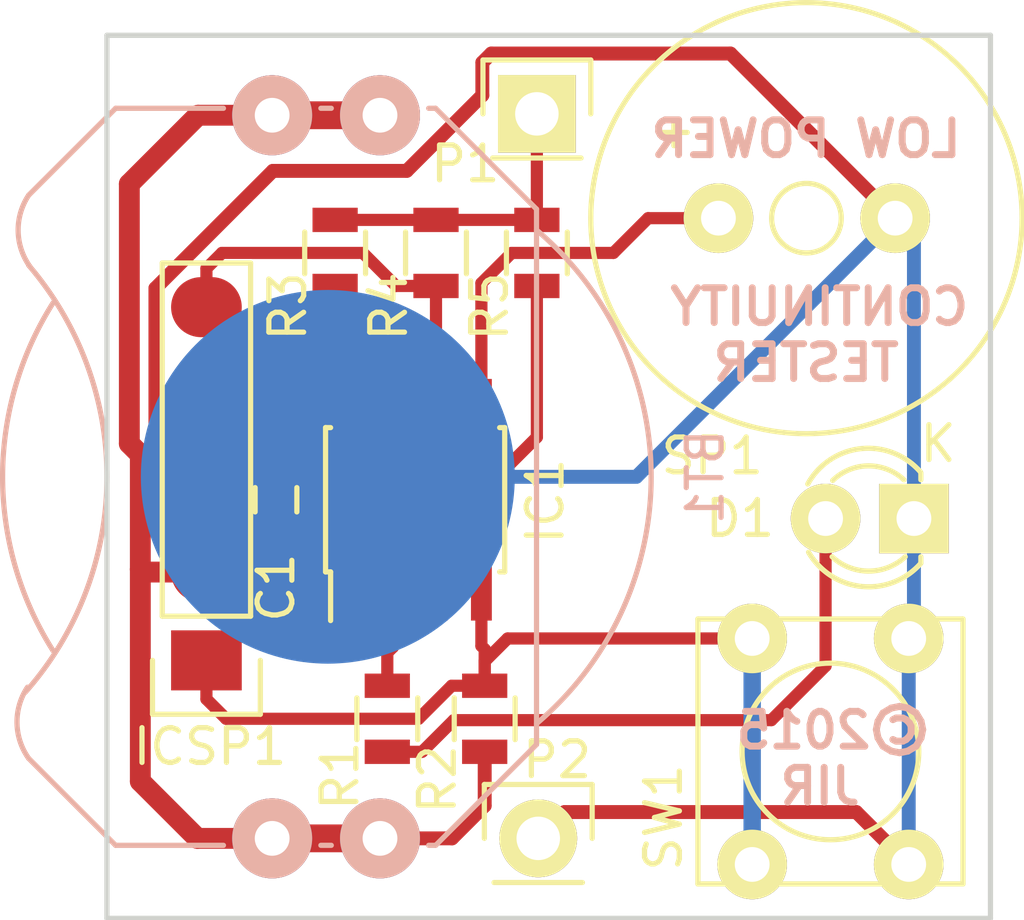
<source format=kicad_pcb>
(kicad_pcb (version 20171130) (host pcbnew "(5.1.12)-1")

  (general
    (thickness 1.6)
    (drawings 6)
    (tracks 95)
    (zones 0)
    (modules 14)
    (nets 11)
  )

  (page User 148.488 210.007)
  (title_block
    (title "Continuity Tester")
    (date 2015-11-25)
    (rev A)
  )

  (layers
    (0 F.Cu signal)
    (31 B.Cu signal)
    (34 B.Paste user hide)
    (35 F.Paste user hide)
    (36 B.SilkS user hide)
    (37 F.SilkS user hide)
    (38 B.Mask user hide)
    (39 F.Mask user hide)
    (40 Dwgs.User user hide)
    (41 Cmts.User user hide)
    (44 Edge.Cuts user)
    (46 B.CrtYd user hide)
    (47 F.CrtYd user hide)
  )

  (setup
    (last_trace_width 0.35)
    (trace_clearance 0.25)
    (zone_clearance 0.4)
    (zone_45_only no)
    (trace_min 0.3)
    (via_size 0.8)
    (via_drill 0.4)
    (via_min_size 0.508)
    (via_min_drill 0.3302)
    (uvia_size 0.3)
    (uvia_drill 0.1)
    (uvias_allowed no)
    (uvia_min_size 0.2)
    (uvia_min_drill 0.1)
    (edge_width 0.15)
    (segment_width 0.2)
    (pcb_text_width 0.3)
    (pcb_text_size 1.5 1.5)
    (mod_edge_width 0.15)
    (mod_text_size 1 1)
    (mod_text_width 0.15)
    (pad_size 2 2)
    (pad_drill 1)
    (pad_to_mask_clearance 0)
    (aux_axis_origin 63.34 102.04)
    (grid_origin 63.34 102.04)
    (visible_elements 7FFFFFFF)
    (pcbplotparams
      (layerselection 0x010f0_80000001)
      (usegerberextensions true)
      (usegerberattributes true)
      (usegerberadvancedattributes true)
      (creategerberjobfile true)
      (excludeedgelayer true)
      (linewidth 0.100000)
      (plotframeref false)
      (viasonmask false)
      (mode 1)
      (useauxorigin false)
      (hpglpennumber 1)
      (hpglpenspeed 20)
      (hpglpendiameter 15.000000)
      (psnegative false)
      (psa4output false)
      (plotreference true)
      (plotvalue true)
      (plotinvisibletext false)
      (padsonsilk false)
      (subtractmaskfromsilk true)
      (outputformat 1)
      (mirror false)
      (drillshape 0)
      (scaleselection 1)
      (outputdirectory "gerbers/"))
  )

  (net 0 "")
  (net 1 "Net-(BT1-Pad1)")
  (net 2 "Net-(BT1-Pad2)")
  (net 3 "Net-(D1-Pad2)")
  (net 4 "Net-(IC1-Pad2)")
  (net 5 "Net-(IC1-Pad3)")
  (net 6 "Net-(IC1-Pad4)")
  (net 7 "Net-(IC1-Pad5)")
  (net 8 "Net-(IC1-Pad6)")
  (net 9 "Net-(IC1-Pad7)")
  (net 10 "Net-(P1-Pad1)")

  (net_class Default "This is the default net class."
    (clearance 0.25)
    (trace_width 0.35)
    (via_dia 0.8)
    (via_drill 0.4)
    (uvia_dia 0.3)
    (uvia_drill 0.1)
    (add_net "Net-(D1-Pad2)")
    (add_net "Net-(IC1-Pad2)")
    (add_net "Net-(IC1-Pad3)")
    (add_net "Net-(IC1-Pad4)")
    (add_net "Net-(IC1-Pad5)")
    (add_net "Net-(IC1-Pad6)")
    (add_net "Net-(IC1-Pad7)")
    (add_net "Net-(P1-Pad1)")
  )

  (net_class Power ""
    (clearance 0.25)
    (trace_width 0.4)
    (via_dia 1)
    (via_drill 0.5)
    (uvia_dia 0.3)
    (uvia_drill 0.1)
    (add_net "Net-(BT1-Pad1)")
    (add_net "Net-(BT1-Pad2)")
  )

  (module Resistors_SMD:R_0805 (layer F.Cu) (tedit 5415CDEB) (tstamp 56501BD3)
    (at 71.4 96.3 90)
    (descr "Resistor SMD 0805, reflow soldering, Vishay (see dcrcw.pdf)")
    (tags "resistor 0805")
    (path /564AC640)
    (attr smd)
    (fp_text reference R1 (at -1.64 -1.36 90) (layer F.SilkS)
      (effects (font (size 1 1) (thickness 0.15)))
    )
    (fp_text value 4K7 (at 0 2.1 90) (layer F.Fab)
      (effects (font (size 1 1) (thickness 0.15)))
    )
    (fp_line (start -0.6 -0.875) (end 0.6 -0.875) (layer F.SilkS) (width 0.15))
    (fp_line (start 0.6 0.875) (end -0.6 0.875) (layer F.SilkS) (width 0.15))
    (fp_line (start 1.6 -1) (end 1.6 1) (layer F.CrtYd) (width 0.05))
    (fp_line (start -1.6 -1) (end -1.6 1) (layer F.CrtYd) (width 0.05))
    (fp_line (start -1.6 1) (end 1.6 1) (layer F.CrtYd) (width 0.05))
    (fp_line (start -1.6 -1) (end 1.6 -1) (layer F.CrtYd) (width 0.05))
    (pad 1 smd rect (at -0.95 0 90) (size 0.7 1.3) (layers F.Cu F.Paste F.Mask)
      (net 3 "Net-(D1-Pad2)"))
    (pad 2 smd rect (at 0.95 0 90) (size 0.7 1.3) (layers F.Cu F.Paste F.Mask)
      (net 4 "Net-(IC1-Pad2)"))
    (model Resistors_SMD.3dshapes/R_0805.wrl
      (at (xyz 0 0 0))
      (scale (xyz 1 1 1))
      (rotate (xyz 0 0 0))
    )
  )

  (module Capacitors_SMD:C_0603 (layer F.Cu) (tedit 5415D631) (tstamp 56501B71)
    (at 68.2 90 90)
    (descr "Capacitor SMD 0603, reflow soldering, AVX (see smccp.pdf)")
    (tags "capacitor 0603")
    (path /564AB703)
    (attr smd)
    (fp_text reference C1 (at -2.528 0 90) (layer F.SilkS)
      (effects (font (size 1 1) (thickness 0.15)))
    )
    (fp_text value 100n (at 0 1.9 90) (layer F.Fab)
      (effects (font (size 1 1) (thickness 0.15)))
    )
    (fp_line (start 0.35 0.6) (end -0.35 0.6) (layer F.SilkS) (width 0.15))
    (fp_line (start -0.35 -0.6) (end 0.35 -0.6) (layer F.SilkS) (width 0.15))
    (fp_line (start 1.45 -0.75) (end 1.45 0.75) (layer F.CrtYd) (width 0.05))
    (fp_line (start -1.45 -0.75) (end -1.45 0.75) (layer F.CrtYd) (width 0.05))
    (fp_line (start -1.45 0.75) (end 1.45 0.75) (layer F.CrtYd) (width 0.05))
    (fp_line (start -1.45 -0.75) (end 1.45 -0.75) (layer F.CrtYd) (width 0.05))
    (pad 1 smd rect (at -0.75 0 90) (size 0.8 0.75) (layers F.Cu F.Paste F.Mask)
      (net 1 "Net-(BT1-Pad1)"))
    (pad 2 smd rect (at 0.75 0 90) (size 0.8 0.75) (layers F.Cu F.Paste F.Mask)
      (net 2 "Net-(BT1-Pad2)"))
    (model Capacitors_SMD.3dshapes/C_0603.wrl
      (at (xyz 0 0 0))
      (scale (xyz 1 1 1))
      (rotate (xyz 0 0 0))
    )
  )

  (module Resistors_SMD:R_0805 (layer F.Cu) (tedit 5415CDEB) (tstamp 56501C03)
    (at 75.7 82.9 270)
    (descr "Resistor SMD 0805, reflow soldering, Vishay (see dcrcw.pdf)")
    (tags "resistor 0805")
    (path /564AB0FA)
    (attr smd)
    (fp_text reference R5 (at 1.54 1.36 270) (layer F.SilkS)
      (effects (font (size 1 1) (thickness 0.15)))
    )
    (fp_text value 4k7 (at 0 2.1 270) (layer F.Fab)
      (effects (font (size 1 1) (thickness 0.15)))
    )
    (fp_line (start -0.6 -0.875) (end 0.6 -0.875) (layer F.SilkS) (width 0.15))
    (fp_line (start 0.6 0.875) (end -0.6 0.875) (layer F.SilkS) (width 0.15))
    (fp_line (start 1.6 -1) (end 1.6 1) (layer F.CrtYd) (width 0.05))
    (fp_line (start -1.6 -1) (end -1.6 1) (layer F.CrtYd) (width 0.05))
    (fp_line (start -1.6 1) (end 1.6 1) (layer F.CrtYd) (width 0.05))
    (fp_line (start -1.6 -1) (end 1.6 -1) (layer F.CrtYd) (width 0.05))
    (pad 1 smd rect (at -0.95 0 270) (size 0.7 1.3) (layers F.Cu F.Paste F.Mask)
      (net 10 "Net-(P1-Pad1)"))
    (pad 2 smd rect (at 0.95 0 270) (size 0.7 1.3) (layers F.Cu F.Paste F.Mask)
      (net 5 "Net-(IC1-Pad3)"))
    (model Resistors_SMD.3dshapes/R_0805.wrl
      (at (xyz 0 0 0))
      (scale (xyz 1 1 1))
      (rotate (xyz 0 0 0))
    )
  )

  (module Resistors_SMD:R_0805 (layer F.Cu) (tedit 5415CDEB) (tstamp 56501BF7)
    (at 72.8 82.9 270)
    (descr "Resistor SMD 0805, reflow soldering, Vishay (see dcrcw.pdf)")
    (tags "resistor 0805")
    (path /564AB186)
    (attr smd)
    (fp_text reference R4 (at 1.54 1.36 270) (layer F.SilkS)
      (effects (font (size 1 1) (thickness 0.15)))
    )
    (fp_text value 22k (at 0 2.1 270) (layer F.Fab)
      (effects (font (size 1 1) (thickness 0.15)))
    )
    (fp_line (start -0.6 -0.875) (end 0.6 -0.875) (layer F.SilkS) (width 0.15))
    (fp_line (start 0.6 0.875) (end -0.6 0.875) (layer F.SilkS) (width 0.15))
    (fp_line (start 1.6 -1) (end 1.6 1) (layer F.CrtYd) (width 0.05))
    (fp_line (start -1.6 -1) (end -1.6 1) (layer F.CrtYd) (width 0.05))
    (fp_line (start -1.6 1) (end 1.6 1) (layer F.CrtYd) (width 0.05))
    (fp_line (start -1.6 -1) (end 1.6 -1) (layer F.CrtYd) (width 0.05))
    (pad 1 smd rect (at -0.95 0 270) (size 0.7 1.3) (layers F.Cu F.Paste F.Mask)
      (net 10 "Net-(P1-Pad1)"))
    (pad 2 smd rect (at 0.95 0 270) (size 0.7 1.3) (layers F.Cu F.Paste F.Mask)
      (net 8 "Net-(IC1-Pad6)"))
    (model Resistors_SMD.3dshapes/R_0805.wrl
      (at (xyz 0 0 0))
      (scale (xyz 1 1 1))
      (rotate (xyz 0 0 0))
    )
  )

  (module Resistors_SMD:R_0805 (layer F.Cu) (tedit 5415CDEB) (tstamp 56501BEB)
    (at 69.9 82.9 270)
    (descr "Resistor SMD 0805, reflow soldering, Vishay (see dcrcw.pdf)")
    (tags "resistor 0805")
    (path /564AB147)
    (attr smd)
    (fp_text reference R3 (at 1.54 1.36 270) (layer F.SilkS)
      (effects (font (size 1 1) (thickness 0.15)))
    )
    (fp_text value 22k (at 0 2.1 270) (layer F.Fab)
      (effects (font (size 1 1) (thickness 0.15)))
    )
    (fp_line (start -0.6 -0.875) (end 0.6 -0.875) (layer F.SilkS) (width 0.15))
    (fp_line (start 0.6 0.875) (end -0.6 0.875) (layer F.SilkS) (width 0.15))
    (fp_line (start 1.6 -1) (end 1.6 1) (layer F.CrtYd) (width 0.05))
    (fp_line (start -1.6 -1) (end -1.6 1) (layer F.CrtYd) (width 0.05))
    (fp_line (start -1.6 1) (end 1.6 1) (layer F.CrtYd) (width 0.05))
    (fp_line (start -1.6 -1) (end 1.6 -1) (layer F.CrtYd) (width 0.05))
    (pad 1 smd rect (at -0.95 0 270) (size 0.7 1.3) (layers F.Cu F.Paste F.Mask)
      (net 10 "Net-(P1-Pad1)"))
    (pad 2 smd rect (at 0.95 0 270) (size 0.7 1.3) (layers F.Cu F.Paste F.Mask)
      (net 9 "Net-(IC1-Pad7)"))
    (model Resistors_SMD.3dshapes/R_0805.wrl
      (at (xyz 0 0 0))
      (scale (xyz 1 1 1))
      (rotate (xyz 0 0 0))
    )
  )

  (module Resistors_SMD:R_0805 (layer F.Cu) (tedit 5415CDEB) (tstamp 56501BDF)
    (at 74.2 96.3 270)
    (descr "Resistor SMD 0805, reflow soldering, Vishay (see dcrcw.pdf)")
    (tags "resistor 0805")
    (path /564AD8EC)
    (attr smd)
    (fp_text reference R2 (at 1.74 1.36 270) (layer F.SilkS)
      (effects (font (size 1 1) (thickness 0.15)))
    )
    (fp_text value 22k (at 0 2.1 270) (layer F.Fab)
      (effects (font (size 1 1) (thickness 0.15)))
    )
    (fp_line (start -0.6 -0.875) (end 0.6 -0.875) (layer F.SilkS) (width 0.15))
    (fp_line (start 0.6 0.875) (end -0.6 0.875) (layer F.SilkS) (width 0.15))
    (fp_line (start 1.6 -1) (end 1.6 1) (layer F.CrtYd) (width 0.05))
    (fp_line (start -1.6 -1) (end -1.6 1) (layer F.CrtYd) (width 0.05))
    (fp_line (start -1.6 1) (end 1.6 1) (layer F.CrtYd) (width 0.05))
    (fp_line (start -1.6 -1) (end 1.6 -1) (layer F.CrtYd) (width 0.05))
    (pad 1 smd rect (at -0.95 0 270) (size 0.7 1.3) (layers F.Cu F.Paste F.Mask)
      (net 6 "Net-(IC1-Pad4)"))
    (pad 2 smd rect (at 0.95 0 270) (size 0.7 1.3) (layers F.Cu F.Paste F.Mask)
      (net 1 "Net-(BT1-Pad1)"))
    (model Resistors_SMD.3dshapes/R_0805.wrl
      (at (xyz 0 0 0))
      (scale (xyz 1 1 1))
      (rotate (xyz 0 0 0))
    )
  )

  (module "Battery Holders:BAT-HLD-001-THM-OTL" (layer B.Cu) (tedit 5650267A) (tstamp 56501B65)
    (at 69.69 89.34 90)
    (path /564AC30C)
    (fp_text reference BT1 (at 0 10.85 90) (layer B.SilkS)
      (effects (font (size 1 1) (thickness 0.15)) (justify mirror))
    )
    (fp_text value CR2032 (at 0.2 -10.7 90) (layer B.Fab)
      (effects (font (size 1 1) (thickness 0.15)) (justify mirror))
    )
    (fp_line (start -10.6 -6.1) (end -8.1 -8.6) (layer B.SilkS) (width 0.15))
    (fp_line (start 10.6 -6.1) (end 8.1 -8.6) (layer B.SilkS) (width 0.15))
    (fp_line (start -7.7 6) (end 7.7 6) (layer B.SilkS) (width 0.15))
    (fp_line (start -7.7 6) (end -10.6 3.1) (layer B.SilkS) (width 0.15))
    (fp_line (start -10.6 3.1) (end -10.6 2.9) (layer B.SilkS) (width 0.15))
    (fp_line (start -10.6 -0.2) (end -10.6 0.1) (layer B.SilkS) (width 0.15))
    (fp_line (start -10.6 -3) (end -10.6 -6.1) (layer B.SilkS) (width 0.15))
    (fp_line (start 10.6 -6.1) (end 10.6 -3) (layer B.SilkS) (width 0.15))
    (fp_line (start 10.6 -0.2) (end 10.6 0.1) (layer B.SilkS) (width 0.15))
    (fp_line (start 10.6 2.9) (end 10.6 3.1) (layer B.SilkS) (width 0.15))
    (fp_line (start 10.6 3.1) (end 7.7 6) (layer B.SilkS) (width 0.15))
    (fp_arc (start 7.1 -7.1) (end 8.1 -8.6) (angle -69.22773423) (layer B.SilkS) (width 0.15))
    (fp_arc (start 0 0) (end -7.1 6) (angle -99.59967296) (layer B.SilkS) (width 0.15))
    (fp_arc (start 0 0) (end 5 -7.9) (angle -64.66036957) (layer B.SilkS) (width 0.15))
    (fp_arc (start 0 -15.7) (end -6.2 -8.7) (angle -82.13306338) (layer B.SilkS) (width 0.15))
    (fp_arc (start -7.052158 -7.133021) (end -6.052158 -8.633021) (angle -69.22773423) (layer B.SilkS) (width 0.15))
    (pad 2 smd circle (at 0 0 90) (size 10.75 10.75) (layers B.Cu B.Mask)
      (net 2 "Net-(BT1-Pad2)") (solder_mask_margin 4) (clearance 2.5) (zone_connect 1) (thermal_gap 4))
    (pad 1 thru_hole circle (at 10.4 1.5 90) (size 2.3 2.3) (drill 1) (layers *.Cu *.Mask B.SilkS)
      (net 1 "Net-(BT1-Pad1)"))
    (pad 1 thru_hole circle (at 10.4 -1.6 90) (size 2.3 2.3) (drill 1) (layers *.Cu *.Mask B.SilkS)
      (net 1 "Net-(BT1-Pad1)"))
    (pad 1 thru_hole circle (at -10.4 -1.6 90) (size 2.3 2.3) (drill 1) (layers *.Cu *.Mask B.SilkS)
      (net 1 "Net-(BT1-Pad1)"))
    (pad 1 thru_hole circle (at -10.4 1.5 90) (size 2.3 2.3) (drill 1) (layers *.Cu *.Mask B.SilkS)
      (net 1 "Net-(BT1-Pad1)"))
    (model /home/cyborgar/projects/continuity-tester/electronics/BatteryHolders.3dshapes/BAT-HLD-001-THM.wrl
      (at (xyz 0 0 0))
      (scale (xyz 0.3937 0.3937 0.3937))
      (rotate (xyz 0 0 0))
    )
  )

  (module LEDs:LED-3MM (layer F.Cu) (tedit 5655F628) (tstamp 56501B82)
    (at 86.54 90.54 180)
    (descr "LED 3mm round vertical")
    (tags "LED  3mm round vertical")
    (path /564AC7F4)
    (fp_text reference D1 (at 5 0 180) (layer F.SilkS)
      (effects (font (size 1 1) (thickness 0.15)))
    )
    (fp_text value LED (at 1.27 2.286 180) (layer F.Fab)
      (effects (font (size 1 1) (thickness 0.15)))
    )
    (fp_line (start -0.199 -1.28) (end -0.199 -1.1) (layer F.SilkS) (width 0.15))
    (fp_line (start -0.199 1.314) (end -0.199 1.114) (layer F.SilkS) (width 0.15))
    (fp_line (start -1.2 -2.2) (end -1.2 2.3) (layer F.CrtYd) (width 0.05))
    (fp_line (start 3.8 -2.2) (end -1.2 -2.2) (layer F.CrtYd) (width 0.05))
    (fp_line (start 3.8 2.3) (end 3.8 -2.2) (layer F.CrtYd) (width 0.05))
    (fp_line (start -1.2 2.3) (end 3.8 2.3) (layer F.CrtYd) (width 0.05))
    (fp_text user K (at -0.694 2.154 180) (layer F.SilkS)
      (effects (font (size 1 1) (thickness 0.15)))
    )
    (fp_arc (start 1.301 0.034) (end -0.199 -1.286) (angle 108.5) (layer F.SilkS) (width 0.15))
    (fp_arc (start 1.301 0.034) (end 0.25 -1.1) (angle 85.7) (layer F.SilkS) (width 0.15))
    (fp_arc (start 1.311 0.034) (end 3.051 0.994) (angle 110) (layer F.SilkS) (width 0.15))
    (fp_arc (start 1.301 0.034) (end 2.335 1.094) (angle 87.5) (layer F.SilkS) (width 0.15))
    (pad 1 thru_hole rect (at 0 0 270) (size 2 2) (drill 1) (layers *.Cu *.Mask F.SilkS)
      (net 2 "Net-(BT1-Pad2)"))
    (pad 2 thru_hole circle (at 2.54 0 180) (size 2 2) (drill 1) (layers *.Cu *.Mask F.SilkS)
      (net 3 "Net-(D1-Pad2)"))
    (model LEDs.3dshapes/LED-3MM.wrl
      (offset (xyz 1.269999980926514 0 0))
      (scale (xyz 1 1 1))
      (rotate (xyz 0 0 90))
    )
  )

  (module Housings_SOIC:SOIC-8_3.9x4.9mm_Pitch1.27mm (layer F.Cu) (tedit 54130A77) (tstamp 56501B99)
    (at 72.2 90 90)
    (descr "8-Lead Plastic Small Outline (SN) - Narrow, 3.90 mm Body [SOIC] (see Microchip Packaging Specification 00000049BS.pdf)")
    (tags "SOIC 1.27")
    (path /564AB02C)
    (attr smd)
    (fp_text reference IC1 (at -0.04 3.74 90) (layer F.SilkS)
      (effects (font (size 1 1) (thickness 0.15)))
    )
    (fp_text value PIC12LF1571-I/SN (at 0 3.5 90) (layer F.Fab)
      (effects (font (size 1 1) (thickness 0.15)))
    )
    (fp_line (start -2.075 -2.43) (end -3.475 -2.43) (layer F.SilkS) (width 0.15))
    (fp_line (start -2.075 2.575) (end 2.075 2.575) (layer F.SilkS) (width 0.15))
    (fp_line (start -2.075 -2.575) (end 2.075 -2.575) (layer F.SilkS) (width 0.15))
    (fp_line (start -2.075 2.575) (end -2.075 2.43) (layer F.SilkS) (width 0.15))
    (fp_line (start 2.075 2.575) (end 2.075 2.43) (layer F.SilkS) (width 0.15))
    (fp_line (start 2.075 -2.575) (end 2.075 -2.43) (layer F.SilkS) (width 0.15))
    (fp_line (start -2.075 -2.575) (end -2.075 -2.43) (layer F.SilkS) (width 0.15))
    (fp_line (start -3.75 2.75) (end 3.75 2.75) (layer F.CrtYd) (width 0.05))
    (fp_line (start -3.75 -2.75) (end 3.75 -2.75) (layer F.CrtYd) (width 0.05))
    (fp_line (start 3.75 -2.75) (end 3.75 2.75) (layer F.CrtYd) (width 0.05))
    (fp_line (start -3.75 -2.75) (end -3.75 2.75) (layer F.CrtYd) (width 0.05))
    (pad 1 smd rect (at -2.7 -1.905 90) (size 1.55 0.6) (layers F.Cu F.Paste F.Mask)
      (net 1 "Net-(BT1-Pad1)"))
    (pad 2 smd rect (at -2.7 -0.635 90) (size 1.55 0.6) (layers F.Cu F.Paste F.Mask)
      (net 4 "Net-(IC1-Pad2)"))
    (pad 3 smd rect (at -2.7 0.635 90) (size 1.55 0.6) (layers F.Cu F.Paste F.Mask)
      (net 5 "Net-(IC1-Pad3)"))
    (pad 4 smd rect (at -2.7 1.905 90) (size 1.55 0.6) (layers F.Cu F.Paste F.Mask)
      (net 6 "Net-(IC1-Pad4)"))
    (pad 5 smd rect (at 2.7 1.905 90) (size 1.55 0.6) (layers F.Cu F.Paste F.Mask)
      (net 7 "Net-(IC1-Pad5)"))
    (pad 6 smd rect (at 2.7 0.635 90) (size 1.55 0.6) (layers F.Cu F.Paste F.Mask)
      (net 8 "Net-(IC1-Pad6)"))
    (pad 7 smd rect (at 2.7 -0.635 90) (size 1.55 0.6) (layers F.Cu F.Paste F.Mask)
      (net 9 "Net-(IC1-Pad7)"))
    (pad 8 smd rect (at 2.7 -1.905 90) (size 1.55 0.6) (layers F.Cu F.Paste F.Mask)
      (net 2 "Net-(BT1-Pad2)"))
    (model Housings_SOIC.3dshapes/SOIC-8_3.9x4.9mm_Pitch1.27mm.wrl
      (at (xyz 0 0 0))
      (scale (xyz 1 1 1))
      (rotate (xyz 0 0 0))
    )
  )

  (module Pin_Headers:Pin_Header_Straight_1x05 (layer F.Cu) (tedit 56554D0F) (tstamp 56501BAD)
    (at 66.2 94.62 180)
    (descr "Through hole pin header")
    (tags "pin header")
    (path /564AB227)
    (fp_text reference ICSP1 (at -0.1 -2.48 180) (layer F.SilkS)
      (effects (font (size 1 1) (thickness 0.15)))
    )
    (fp_text value CONN_01X05 (at 0 -3.1 180) (layer F.Fab)
      (effects (font (size 1 1) (thickness 0.15)))
    )
    (fp_line (start 1.27 1.27) (end -1.27 1.27) (layer F.SilkS) (width 0.15))
    (fp_line (start -1.27 11.43) (end -1.27 1.27) (layer F.SilkS) (width 0.15))
    (fp_line (start 1.27 11.43) (end -1.27 11.43) (layer F.SilkS) (width 0.15))
    (fp_line (start 1.27 1.27) (end 1.27 11.43) (layer F.SilkS) (width 0.15))
    (fp_line (start -1.75 11.95) (end 1.75 11.95) (layer F.CrtYd) (width 0.05))
    (fp_line (start -1.75 -1.75) (end 1.75 -1.75) (layer F.CrtYd) (width 0.05))
    (fp_line (start 1.75 -1.75) (end 1.75 11.95) (layer F.CrtYd) (width 0.05))
    (fp_line (start -1.75 -1.75) (end -1.75 11.95) (layer F.CrtYd) (width 0.05))
    (fp_line (start 1.55 -1.55) (end 1.55 0) (layer F.SilkS) (width 0.15))
    (fp_line (start -1.55 -1.55) (end 1.55 -1.55) (layer F.SilkS) (width 0.15))
    (fp_line (start -1.55 0) (end -1.55 -1.55) (layer F.SilkS) (width 0.15))
    (pad 1 smd rect (at 0 0 180) (size 2.032 1.7272) (layers F.Cu F.Mask)
      (net 6 "Net-(IC1-Pad4)"))
    (pad 2 smd oval (at 0 2.54 180) (size 2.032 1.7272) (layers F.Cu F.Mask)
      (net 1 "Net-(BT1-Pad1)"))
    (pad 3 smd oval (at 0 5.08 180) (size 2.032 1.7272) (layers F.Cu F.Mask)
      (net 2 "Net-(BT1-Pad2)"))
    (pad 4 smd oval (at 0 7.62 180) (size 2.032 1.7272) (layers F.Cu F.Mask)
      (net 9 "Net-(IC1-Pad7)"))
    (pad 5 smd oval (at 0 10.16 180) (size 2.032 1.7272) (layers F.Cu F.Mask)
      (net 8 "Net-(IC1-Pad6)"))
  )

  (module Pin_Headers:Pin_Header_Straight_1x01 (layer F.Cu) (tedit 5655F5E3) (tstamp 56501BBA)
    (at 75.7 78.9)
    (descr "Through hole pin header")
    (tags "pin header")
    (path /564AB8CB)
    (fp_text reference P1 (at -2.06 1.44) (layer F.SilkS)
      (effects (font (size 1 1) (thickness 0.15)))
    )
    (fp_text value CONN_01X01 (at 0 -3.1) (layer F.Fab)
      (effects (font (size 1 1) (thickness 0.15)))
    )
    (fp_line (start -1.27 1.27) (end 1.27 1.27) (layer F.SilkS) (width 0.15))
    (fp_line (start -1.55 -1.55) (end 1.55 -1.55) (layer F.SilkS) (width 0.15))
    (fp_line (start -1.55 0) (end -1.55 -1.55) (layer F.SilkS) (width 0.15))
    (fp_line (start -1.75 1.75) (end 1.75 1.75) (layer F.CrtYd) (width 0.05))
    (fp_line (start -1.75 -1.75) (end 1.75 -1.75) (layer F.CrtYd) (width 0.05))
    (fp_line (start 1.75 -1.75) (end 1.75 1.75) (layer F.CrtYd) (width 0.05))
    (fp_line (start -1.75 -1.75) (end -1.75 1.75) (layer F.CrtYd) (width 0.05))
    (fp_line (start 1.55 -1.55) (end 1.55 0) (layer F.SilkS) (width 0.15))
    (pad 1 thru_hole rect (at 0 0) (size 2.2352 2.2352) (drill 1.25) (layers *.Cu *.Mask F.SilkS)
      (net 10 "Net-(P1-Pad1)"))
  )

  (module Pin_Headers:Pin_Header_Straight_1x01 (layer F.Cu) (tedit 5655F5EC) (tstamp 56501BC7)
    (at 75.74 99.74)
    (descr "Through hole pin header")
    (tags "pin header")
    (path /564ABA35)
    (fp_text reference P2 (at 0.54 -2.26) (layer F.SilkS)
      (effects (font (size 1 1) (thickness 0.15)))
    )
    (fp_text value CONN_01X01 (at 0 -3.1) (layer F.Fab)
      (effects (font (size 1 1) (thickness 0.15)))
    )
    (fp_line (start -1.27 1.27) (end 1.27 1.27) (layer F.SilkS) (width 0.15))
    (fp_line (start -1.55 -1.55) (end 1.55 -1.55) (layer F.SilkS) (width 0.15))
    (fp_line (start -1.55 0) (end -1.55 -1.55) (layer F.SilkS) (width 0.15))
    (fp_line (start -1.75 1.75) (end 1.75 1.75) (layer F.CrtYd) (width 0.05))
    (fp_line (start -1.75 -1.75) (end 1.75 -1.75) (layer F.CrtYd) (width 0.05))
    (fp_line (start 1.75 -1.75) (end 1.75 1.75) (layer F.CrtYd) (width 0.05))
    (fp_line (start -1.75 -1.75) (end -1.75 1.75) (layer F.CrtYd) (width 0.05))
    (fp_line (start 1.55 -1.55) (end 1.55 0) (layer F.SilkS) (width 0.15))
    (pad 1 thru_hole circle (at 0 0) (size 2.2352 2.2352) (drill 1.25) (layers *.Cu *.Mask F.SilkS)
      (net 2 "Net-(BT1-Pad2)"))
  )

  (module Buttons_Switches_ThroughHole:SW_PUSH_SMALL (layer F.Cu) (tedit 5655FFA0) (tstamp 56501C21)
    (at 84.14 97.24 270)
    (path /564ACD7C)
    (fp_text reference SW1 (at 1.9 4.8 90) (layer F.SilkS)
      (effects (font (size 1 1) (thickness 0.15)))
    )
    (fp_text value SW_PUSH (at 0 1.016 270) (layer F.Fab)
      (effects (font (size 1 1) (thickness 0.15)))
    )
    (fp_line (start -3.81 -3.81) (end -3.81 3.81) (layer F.SilkS) (width 0.15))
    (fp_line (start 3.81 3.81) (end -3.81 3.81) (layer F.SilkS) (width 0.15))
    (fp_line (start 3.81 -3.81) (end 3.81 3.81) (layer F.SilkS) (width 0.15))
    (fp_line (start -3.81 -3.81) (end 3.81 -3.81) (layer F.SilkS) (width 0.15))
    (fp_circle (center 0 0) (end 0 -2.54) (layer F.SilkS) (width 0.15))
    (pad 1 thru_hole circle (at 3.25 -2.25 270) (size 2 2) (drill 1) (layers *.Cu *.Mask F.SilkS)
      (net 2 "Net-(BT1-Pad2)"))
    (pad 2 thru_hole circle (at 3.25 2.25 270) (size 2 2) (drill 1) (layers *.Cu *.Mask F.SilkS)
      (net 6 "Net-(IC1-Pad4)"))
    (pad 1 thru_hole circle (at -3.25 -2.25 270) (size 2 2) (drill 1) (layers *.Cu *.Mask F.SilkS)
      (net 2 "Net-(BT1-Pad2)"))
    (pad 2 thru_hole circle (at -3.25 2.25 270) (size 2 2) (drill 1) (layers *.Cu *.Mask F.SilkS)
      (net 6 "Net-(IC1-Pad4)"))
    (model Buttons_Switches_ThroughHole.3dshapes/SW_PUSH.wrl
      (at (xyz 0 0 0))
      (scale (xyz 0.6 0.6 0.6))
      (rotate (xyz 0 0 0))
    )
  )

  (module Buzzers_Beepers:Buzzer_12x9.5RM7.6 (layer F.Cu) (tedit 5655F5FD) (tstamp 56501C14)
    (at 83.4498 81.9)
    (descr "Generic Buzzer, D12mm height 9.5mm with RM7.6mm")
    (tags buzzer)
    (path /564ACB15)
    (fp_text reference SP1 (at -2.70984 6.84) (layer F.SilkS)
      (effects (font (size 1 1) (thickness 0.15)))
    )
    (fp_text value SPEAKER (at -0.01016 4.318) (layer F.Fab)
      (effects (font (size 1 1) (thickness 0.15)))
    )
    (fp_circle (center 0 0) (end 6.20014 0) (layer F.SilkS) (width 0.15))
    (fp_circle (center 0 0) (end 1.00076 0) (layer F.SilkS) (width 0.15))
    (fp_text user + (at -3.81 -2.54) (layer F.SilkS)
      (effects (font (size 1 1) (thickness 0.15)))
    )
    (pad 1 thru_hole circle (at -2.52984 0) (size 2 2) (drill 1) (layers *.Cu *.Mask F.SilkS)
      (net 7 "Net-(IC1-Pad5)"))
    (pad 2 thru_hole circle (at 2.55016 0) (size 2 2) (drill 1) (layers *.Cu *.Mask F.SilkS)
      (net 2 "Net-(BT1-Pad2)"))
    (model Buzzers_Beepers.3dshapes/Buzzer_12x9.5RM7.6.wrl
      (at (xyz 0 0 0))
      (scale (xyz 4 4 2))
      (rotate (xyz 0 0 0))
    )
  )

  (gr_text "©2015 \nJIR" (at 83.84 97.44) (layer B.SilkS)
    (effects (font (size 1 1) (thickness 0.2)) (justify mirror))
  )
  (gr_text "LOW POWER\n\n\nCONTINUITY \nTESTER" (at 83.44 82.84) (layer B.SilkS)
    (effects (font (size 1 1) (thickness 0.2)) (justify mirror))
  )
  (gr_line (start 63.34 102.04) (end 63.34 76.64) (layer Edge.Cuts) (width 0.15))
  (gr_line (start 88.74 102.04) (end 63.34 102.04) (layer Edge.Cuts) (width 0.15))
  (gr_line (start 88.74 76.64) (end 88.74 102.04) (layer Edge.Cuts) (width 0.15))
  (gr_line (start 63.34 76.64) (end 88.74 76.64) (layer Edge.Cuts) (width 0.15))

  (segment (start 68.2 91.446) (end 67.566 92.08) (width 0.4) (layer F.Cu) (net 1))
  (segment (start 67.566 92.08) (end 66.2 92.08) (width 0.4) (layer F.Cu) (net 1))
  (segment (start 68.2 90.75) (end 68.2 91.446) (width 0.4) (layer F.Cu) (net 1))
  (segment (start 68.2 90.75) (end 68.2 91.446) (width 0.4) (layer F.Cu) (net 1))
  (segment (start 68.09 99.74) (end 71.19 99.74) (width 0.8) (layer F.Cu) (net 1))
  (segment (start 71.19 99.74) (end 73.26 99.74) (width 0.4) (layer F.Cu) (net 1))
  (segment (start 73.26 99.74) (end 74.2 98.8) (width 0.4) (layer F.Cu) (net 1))
  (segment (start 74.2 98.8) (end 74.2 97.25) (width 0.4) (layer F.Cu) (net 1))
  (segment (start 66.2 92.08) (end 64.38 92.08) (width 0.6) (layer F.Cu) (net 1))
  (segment (start 64.38 92.08) (end 64.3 92) (width 0.6) (layer F.Cu) (net 1))
  (segment (start 68.09 99.74) (end 65.94 99.74) (width 0.6) (layer F.Cu) (net 1))
  (segment (start 65.94 99.74) (end 64.3 98.1) (width 0.6) (layer F.Cu) (net 1))
  (segment (start 64.3 98.1) (end 64.3 92) (width 0.6) (layer F.Cu) (net 1))
  (segment (start 68.2 91.446) (end 68.2 91.5) (width 0.4) (layer F.Cu) (net 1))
  (segment (start 68.2 91.5) (end 69.4 92.7) (width 0.4) (layer F.Cu) (net 1))
  (segment (start 69.4 92.7) (end 70.295 92.7) (width 0.4) (layer F.Cu) (net 1))
  (segment (start 68.09 78.94) (end 71.19 78.94) (width 0.8) (layer F.Cu) (net 1))
  (segment (start 65.96 78.94) (end 68.09 78.94) (width 0.6) (layer F.Cu) (net 1))
  (segment (start 63.98398 80.91602) (end 65.96 78.94) (width 0.6) (layer F.Cu) (net 1))
  (segment (start 63.98398 88.384654) (end 63.98398 80.91602) (width 0.6) (layer F.Cu) (net 1))
  (segment (start 64.3 88.700674) (end 63.98398 88.384654) (width 0.6) (layer F.Cu) (net 1))
  (segment (start 64.3 92) (end 64.3 88.700674) (width 0.6) (layer F.Cu) (net 1))
  (segment (start 86 81.9) (end 78.56 89.34) (width 0.4) (layer B.Cu) (net 2))
  (segment (start 78.56 89.34) (end 69.69 89.34) (width 0.4) (layer B.Cu) (net 2))
  (segment (start 86 81.9) (end 86.54 82.44) (width 0.4) (layer B.Cu) (net 2))
  (segment (start 86.54 82.44) (end 86.54 90.54) (width 0.4) (layer B.Cu) (net 2))
  (segment (start 68.2 89.25) (end 69.0251 89.25) (width 0.4) (layer F.Cu) (net 2))
  (segment (start 70.295 87.3) (end 70.295 88.5251) (width 0.4) (layer F.Cu) (net 2))
  (segment (start 70.295 88.5251) (end 69.75 88.5251) (width 0.4) (layer F.Cu) (net 2))
  (segment (start 69.75 88.5251) (end 69.0251 89.25) (width 0.4) (layer F.Cu) (net 2))
  (segment (start 68.2 89.25) (end 67.3749 89.25) (width 0.4) (layer F.Cu) (net 2))
  (segment (start 66.2 89.54) (end 67.0849 89.54) (width 0.4) (layer F.Cu) (net 2))
  (segment (start 67.0849 89.54) (end 67.3749 89.25) (width 0.4) (layer F.Cu) (net 2))
  (segment (start 75.74 99.74) (end 76.4969 98.9831) (width 0.4) (layer F.Cu) (net 2))
  (segment (start 76.4969 98.9831) (end 84.8831 98.9831) (width 0.4) (layer F.Cu) (net 2))
  (segment (start 84.8831 98.9831) (end 86.39 100.49) (width 0.4) (layer F.Cu) (net 2))
  (segment (start 86.39 100.49) (end 86.39 93.99) (width 0.4) (layer B.Cu) (net 2))
  (segment (start 86.39 93.99) (end 86.54 93.84) (width 0.4) (layer B.Cu) (net 2))
  (segment (start 86.54 93.84) (end 86.54 90.54) (width 0.4) (layer B.Cu) (net 2))
  (segment (start 74.389788 77.16501) (end 81.26497 77.16501) (width 0.4) (layer F.Cu) (net 2))
  (segment (start 74.132399 77.422399) (end 74.389788 77.16501) (width 0.4) (layer F.Cu) (net 2))
  (segment (start 74.132399 78.365603) (end 74.132399 77.422399) (width 0.4) (layer F.Cu) (net 2))
  (segment (start 71.958001 80.540001) (end 74.132399 78.365603) (width 0.4) (layer F.Cu) (net 2))
  (segment (start 68.109874 80.540001) (end 71.958001 80.540001) (width 0.4) (layer F.Cu) (net 2))
  (segment (start 64.73399 83.915885) (end 68.109874 80.540001) (width 0.4) (layer F.Cu) (net 2))
  (segment (start 64.73399 88.07399) (end 64.73399 83.915885) (width 0.4) (layer F.Cu) (net 2))
  (segment (start 81.26497 77.16501) (end 85.99996 81.9) (width 0.4) (layer F.Cu) (net 2))
  (segment (start 66.2 89.54) (end 64.73399 88.07399) (width 0.4) (layer F.Cu) (net 2))
  (segment (start 71.4 97.25) (end 72.4 97.25) (width 0.35) (layer F.Cu) (net 3))
  (segment (start 72.4 97.25) (end 73.31 96.34) (width 0.35) (layer F.Cu) (net 3))
  (segment (start 73.31 96.34) (end 82.44 96.34) (width 0.35) (layer F.Cu) (net 3))
  (segment (start 82.44 96.34) (end 84 94.78) (width 0.35) (layer F.Cu) (net 3))
  (segment (start 84 94.78) (end 84 90.54) (width 0.35) (layer F.Cu) (net 3))
  (segment (start 71.565 92.7) (end 71.565 94.235) (width 0.35) (layer F.Cu) (net 4))
  (segment (start 71.565 94.235) (end 71.4 94.4) (width 0.35) (layer F.Cu) (net 4))
  (segment (start 71.4 94.4) (end 71.4 95.35) (width 0.35) (layer F.Cu) (net 4))
  (segment (start 72.835 92.7) (end 72.835 91.065) (width 0.35) (layer F.Cu) (net 5))
  (segment (start 72.835 91.065) (end 75.7 88.2) (width 0.35) (layer F.Cu) (net 5))
  (segment (start 75.7 88.2) (end 75.7 83.85) (width 0.35) (layer F.Cu) (net 5))
  (segment (start 74.2 94.65) (end 74.2 95.35) (width 0.35) (layer F.Cu) (net 6))
  (segment (start 74.105 92.7) (end 74.105 94.205) (width 0.35) (layer F.Cu) (net 6))
  (segment (start 74.105 94.205) (end 74.2 94.3) (width 0.35) (layer F.Cu) (net 6))
  (segment (start 74.2 94.3) (end 74.2 94.65) (width 0.35) (layer F.Cu) (net 6))
  (segment (start 81.89 93.99) (end 74.86 93.99) (width 0.35) (layer F.Cu) (net 6))
  (segment (start 74.86 93.99) (end 74.2 94.65) (width 0.35) (layer F.Cu) (net 6))
  (segment (start 81.89 93.99) (end 81.89 100.49) (width 0.5) (layer B.Cu) (net 6))
  (segment (start 74.2 94.65) (end 74.2 95.35) (width 0.35) (layer F.Cu) (net 6))
  (segment (start 66.2 94.62) (end 66.2 95.7336) (width 0.35) (layer F.Cu) (net 6))
  (segment (start 66.2 95.7336) (end 66.7664 96.3) (width 0.35) (layer F.Cu) (net 6))
  (segment (start 66.7664 96.3) (end 72.3 96.3) (width 0.35) (layer F.Cu) (net 6))
  (segment (start 72.3 96.3) (end 73.25 95.35) (width 0.35) (layer F.Cu) (net 6))
  (segment (start 73.25 95.35) (end 74.2 95.35) (width 0.35) (layer F.Cu) (net 6))
  (segment (start 74.105 87.3) (end 74.105 83.77) (width 0.35) (layer F.Cu) (net 7))
  (segment (start 74.105 83.77) (end 74.975 82.9) (width 0.35) (layer F.Cu) (net 7))
  (segment (start 74.975 82.9) (end 77.9 82.9) (width 0.35) (layer F.Cu) (net 7))
  (segment (start 77.9 82.9) (end 78.9 81.9) (width 0.35) (layer F.Cu) (net 7))
  (segment (start 78.9 81.9) (end 80.92 81.9) (width 0.35) (layer F.Cu) (net 7))
  (segment (start 72.8 83.85) (end 72.8 87.265) (width 0.35) (layer F.Cu) (net 8))
  (segment (start 72.8 87.265) (end 72.835 87.3) (width 0.35) (layer F.Cu) (net 8))
  (segment (start 66.2 84.46) (end 66.2 83.3464) (width 0.35) (layer F.Cu) (net 8))
  (segment (start 66.2 83.3464) (end 66.6464 82.9) (width 0.35) (layer F.Cu) (net 8))
  (segment (start 66.6464 82.9) (end 70.7 82.9) (width 0.35) (layer F.Cu) (net 8))
  (segment (start 70.7 82.9) (end 71.65 83.85) (width 0.35) (layer F.Cu) (net 8))
  (segment (start 71.65 83.85) (end 72.8 83.85) (width 0.35) (layer F.Cu) (net 8))
  (segment (start 69.9 84.3) (end 69.9 83.85) (width 0.35) (layer F.Cu) (net 9))
  (segment (start 69.9 84.566) (end 69.9 84.3) (width 0.35) (layer F.Cu) (net 9))
  (segment (start 69.9 84.566) (end 69.9 84.3) (width 0.35) (layer F.Cu) (net 9))
  (segment (start 66.2 87) (end 67.466 87) (width 0.35) (layer F.Cu) (net 9))
  (segment (start 67.466 87) (end 69.9 84.566) (width 0.35) (layer F.Cu) (net 9))
  (segment (start 71.565 87.3) (end 71.565 86.265) (width 0.35) (layer F.Cu) (net 9))
  (segment (start 71.565 86.265) (end 69.9 84.6) (width 0.35) (layer F.Cu) (net 9))
  (segment (start 69.9 84.6) (end 69.9 84.566) (width 0.35) (layer F.Cu) (net 9))
  (segment (start 69.9 81.95) (end 72.8 81.95) (width 0.35) (layer F.Cu) (net 10))
  (segment (start 72.8 81.95) (end 75.7 81.95) (width 0.35) (layer F.Cu) (net 10))
  (segment (start 75.7 81.95) (end 75.7 78.9) (width 0.35) (layer F.Cu) (net 10))

)

</source>
